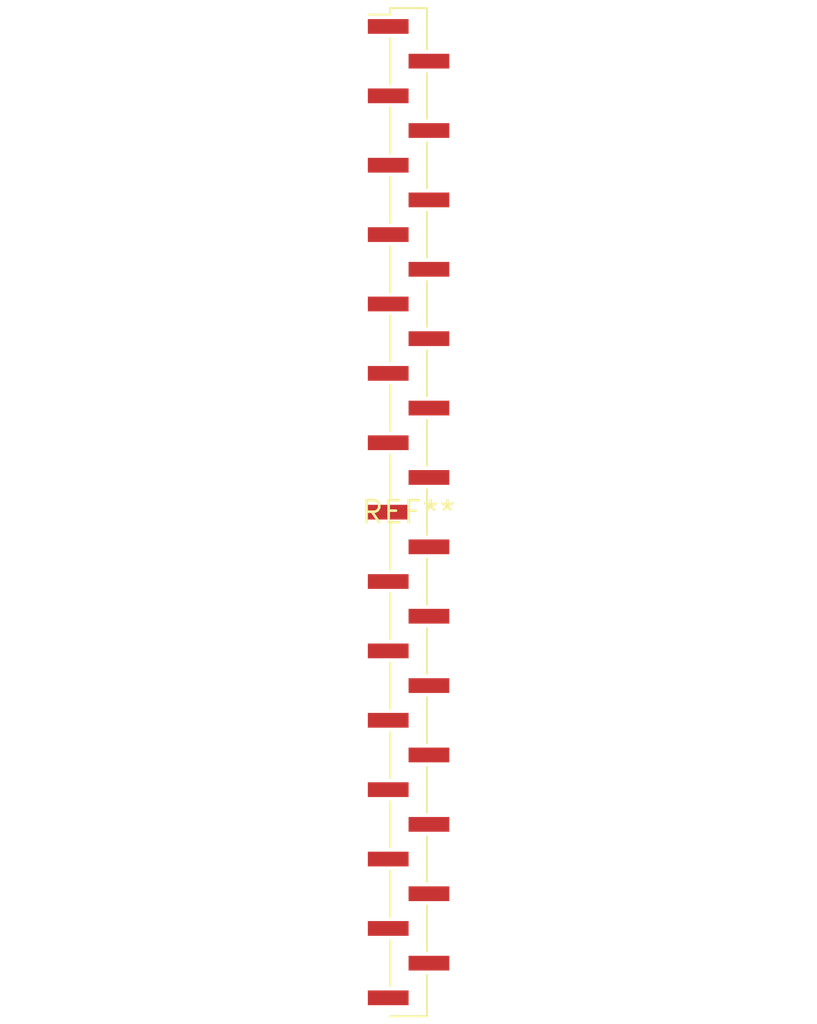
<source format=kicad_pcb>
(kicad_pcb (version 20240108) (generator pcbnew)
  (layers (0 "F.Cu" signal) (31 "B.Cu" signal) (34 "B.Paste" user) (35 "F.Paste" user) (36 "B.SilkS" user "B.Silkscreen") (37 "F.SilkS" user "F.Silkscreen") (38 "B.Mask" user) (39 "F.Mask" user) (44 "Edge.Cuts" user))
  (net 0 "")
  (footprint "PinHeader_1x29_P2.00mm_Vertical_SMD_Pin1Left" (layer "F.Cu") (at 0 0)
    (property "Reference" "REF**")
    (property "Value" "PinHeader_1x29_P2.00mm_Vertical_SMD_Pin1Left")
    (fp_line (start -1.06 -29.06) (end -1.06 -28.685) (layer "F.SilkS") (stroke (width 0.12)))
    (fp_line (start -1.06 -29.06) (end 1.06 -29.06) (layer "F.SilkS") (stroke (width 0.12)))
    (fp_line (start -1.06 -28.685) (end -2.29 -28.685) (layer "F.SilkS") (stroke (width 0.12)))
    (fp_line (start -1.06 -27.315) (end -1.06 -24.685) (layer "F.SilkS") (stroke (width 0.12)))
    (fp_line (start -1.06 -23.315) (end -1.06 -20.685) (layer "F.SilkS") (stroke (width 0.12)))
    (fp_line (start -1.06 -19.315) (end -1.06 -16.685) (layer "F.SilkS") (stroke (width 0.12)))
    (fp_line (start -1.06 -15.315) (end -1.06 -12.685) (layer "F.SilkS") (stroke (width 0.12)))
    (fp_line (start -1.06 -11.315) (end -1.06 -8.685) (layer "F.SilkS") (stroke (width 0.12)))
    (fp_line (start -1.06 -7.315) (end -1.06 -4.685) (layer "F.SilkS") (stroke (width 0.12)))
    (fp_line (start -1.06 -3.315) (end -1.06 -0.685) (layer "F.SilkS") (stroke (width 0.12)))
    (fp_line (start -1.06 0.685) (end -1.06 3.315) (layer "F.SilkS") (stroke (width 0.12)))
    (fp_line (start -1.06 4.685) (end -1.06 7.315) (layer "F.SilkS") (stroke (width 0.12)))
    (fp_line (start -1.06 8.685) (end -1.06 11.315) (layer "F.SilkS") (stroke (width 0.12)))
    (fp_line (start -1.06 12.685) (end -1.06 15.315) (layer "F.SilkS") (stroke (width 0.12)))
    (fp_line (start -1.06 16.685) (end -1.06 19.315) (layer "F.SilkS") (stroke (width 0.12)))
    (fp_line (start -1.06 20.685) (end -1.06 23.315) (layer "F.SilkS") (stroke (width 0.12)))
    (fp_line (start -1.06 24.685) (end -1.06 27.315) (layer "F.SilkS") (stroke (width 0.12)))
    (fp_line (start -1.06 29.06) (end 1.06 29.06) (layer "F.SilkS") (stroke (width 0.12)))
    (fp_line (start 1.06 -29.06) (end 1.06 -26.685) (layer "F.SilkS") (stroke (width 0.12)))
    (fp_line (start 1.06 -25.315) (end 1.06 -22.685) (layer "F.SilkS") (stroke (width 0.12)))
    (fp_line (start 1.06 -21.315) (end 1.06 -18.685) (layer "F.SilkS") (stroke (width 0.12)))
    (fp_line (start 1.06 -17.315) (end 1.06 -14.685) (layer "F.SilkS") (stroke (width 0.12)))
    (fp_line (start 1.06 -13.315) (end 1.06 -10.685) (layer "F.SilkS") (stroke (width 0.12)))
    (fp_line (start 1.06 -9.315) (end 1.06 -6.685) (layer "F.SilkS") (stroke (width 0.12)))
    (fp_line (start 1.06 -5.315) (end 1.06 -2.685) (layer "F.SilkS") (stroke (width 0.12)))
    (fp_line (start 1.06 -1.315) (end 1.06 1.315) (layer "F.SilkS") (stroke (width 0.12)))
    (fp_line (start 1.06 2.685) (end 1.06 5.315) (layer "F.SilkS") (stroke (width 0.12)))
    (fp_line (start 1.06 6.685) (end 1.06 9.315) (layer "F.SilkS") (stroke (width 0.12)))
    (fp_line (start 1.06 10.685) (end 1.06 13.315) (layer "F.SilkS") (stroke (width 0.12)))
    (fp_line (start 1.06 14.685) (end 1.06 17.315) (layer "F.SilkS") (stroke (width 0.12)))
    (fp_line (start 1.06 18.685) (end 1.06 21.315) (layer "F.SilkS") (stroke (width 0.12)))
    (fp_line (start 1.06 22.685) (end 1.06 25.315) (layer "F.SilkS") (stroke (width 0.12)))
    (fp_line (start 1.06 26.685) (end 1.06 29.06) (layer "F.SilkS") (stroke (width 0.12)))
    (fp_line (start 1.06 28.685) (end 1.06 29.06) (layer "F.SilkS") (stroke (width 0.12)))
    (pad "1" smd rect (at -1.175 -28) (size 2.35 0.85) (layers "F.Cu" "F.Paste" "F.Mask"))
    (pad "2" smd rect (at 1.175 -26) (size 2.35 0.85) (layers "F.Cu" "F.Paste" "F.Mask"))
    (pad "3" smd rect (at -1.175 -24) (size 2.35 0.85) (layers "F.Cu" "F.Paste" "F.Mask"))
    (pad "4" smd rect (at 1.175 -22) (size 2.35 0.85) (layers "F.Cu" "F.Paste" "F.Mask"))
    (pad "5" smd rect (at -1.175 -20) (size 2.35 0.85) (layers "F.Cu" "F.Paste" "F.Mask"))
    (pad "6" smd rect (at 1.175 -18) (size 2.35 0.85) (layers "F.Cu" "F.Paste" "F.Mask"))
    (pad "7" smd rect (at -1.175 -16) (size 2.35 0.85) (layers "F.Cu" "F.Paste" "F.Mask"))
    (pad "8" smd rect (at 1.175 -14) (size 2.35 0.85) (layers "F.Cu" "F.Paste" "F.Mask"))
    (pad "9" smd rect (at -1.175 -12) (size 2.35 0.85) (layers "F.Cu" "F.Paste" "F.Mask"))
    (pad "10" smd rect (at 1.175 -10) (size 2.35 0.85) (layers "F.Cu" "F.Paste" "F.Mask"))
    (pad "11" smd rect (at -1.175 -8) (size 2.35 0.85) (layers "F.Cu" "F.Paste" "F.Mask"))
    (pad "12" smd rect (at 1.175 -6) (size 2.35 0.85) (layers "F.Cu" "F.Paste" "F.Mask"))
    (pad "13" smd rect (at -1.175 -4) (size 2.35 0.85) (layers "F.Cu" "F.Paste" "F.Mask"))
    (pad "14" smd rect (at 1.175 -2) (size 2.35 0.85) (layers "F.Cu" "F.Paste" "F.Mask"))
    (pad "15" smd rect (at -1.175 0) (size 2.35 0.85) (layers "F.Cu" "F.Paste" "F.Mask"))
    (pad "16" smd rect (at 1.175 2) (size 2.35 0.85) (layers "F.Cu" "F.Paste" "F.Mask"))
    (pad "17" smd rect (at -1.175 4) (size 2.35 0.85) (layers "F.Cu" "F.Paste" "F.Mask"))
    (pad "18" smd rect (at 1.175 6) (size 2.35 0.85) (layers "F.Cu" "F.Paste" "F.Mask"))
    (pad "19" smd rect (at -1.175 8) (size 2.35 0.85) (layers "F.Cu" "F.Paste" "F.Mask"))
    (pad "20" smd rect (at 1.175 10) (size 2.35 0.85) (layers "F.Cu" "F.Paste" "F.Mask"))
    (pad "21" smd rect (at -1.175 12) (size 2.35 0.85) (layers "F.Cu" "F.Paste" "F.Mask"))
    (pad "22" smd rect (at 1.175 14) (size 2.35 0.85) (layers "F.Cu" "F.Paste" "F.Mask"))
    (pad "23" smd rect (at -1.175 16) (size 2.35 0.85) (layers "F.Cu" "F.Paste" "F.Mask"))
    (pad "24" smd rect (at 1.175 18) (size 2.35 0.85) (layers "F.Cu" "F.Paste" "F.Mask"))
    (pad "25" smd rect (at -1.175 20) (size 2.35 0.85) (layers "F.Cu" "F.Paste" "F.Mask"))
    (pad "26" smd rect (at 1.175 22) (size 2.35 0.85) (layers "F.Cu" "F.Paste" "F.Mask"))
    (pad "27" smd rect (at -1.175 24) (size 2.35 0.85) (layers "F.Cu" "F.Paste" "F.Mask"))
    (pad "28" smd rect (at 1.175 26) (size 2.35 0.85) (layers "F.Cu" "F.Paste" "F.Mask"))
    (pad "29" smd rect (at -1.175 28) (size 2.35 0.85) (layers "F.Cu" "F.Paste" "F.Mask"))
  )
)
</source>
